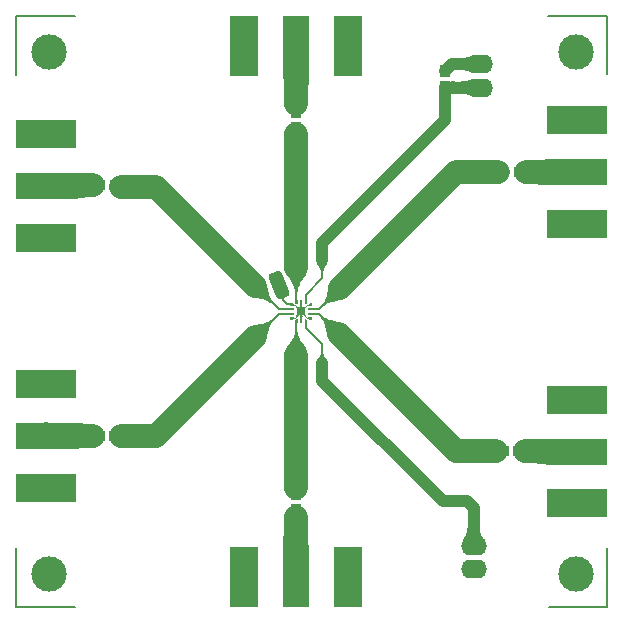
<source format=gtl>
G04*
G04 #@! TF.GenerationSoftware,Altium Limited,Altium Designer,19.0.5 (141)*
G04*
G04 Layer_Physical_Order=1*
G04 Layer_Color=255*
%FSLAX44Y44*%
%MOMM*%
G71*
G01*
G75*
%ADD10C,0.2000*%
%ADD14R,5.0800X2.2860*%
%ADD15R,5.0800X2.4130*%
%ADD16R,2.2860X5.0800*%
%ADD17R,2.4130X5.0800*%
%ADD18R,0.2000X0.2000*%
%ADD19R,0.7400X0.7400*%
%ADD20R,0.2000X0.3600*%
%ADD21R,0.3600X0.2000*%
%ADD22R,0.9300X1.0100*%
%ADD23R,1.0100X0.9300*%
G04:AMPARAMS|DCode=34|XSize=2.3mm|YSize=1.2mm|CornerRadius=0.3mm|HoleSize=0mm|Usage=FLASHONLY|Rotation=112.000|XOffset=0mm|YOffset=0mm|HoleType=Round|Shape=RoundedRectangle|*
%AMROUNDEDRECTD34*
21,1,2.3000,0.6000,0,0,112.0*
21,1,1.7000,1.2000,0,0,112.0*
1,1,0.6000,-0.0403,0.9005*
1,1,0.6000,0.5966,-0.6757*
1,1,0.6000,0.0403,-0.9005*
1,1,0.6000,-0.5966,0.6757*
%
%ADD34ROUNDEDRECTD34*%
%ADD36C,2.0000*%
%ADD37C,1.0000*%
%ADD38C,0.0900*%
%ADD39O,2.2000X1.6000*%
%ADD40C,3.0000*%
G36*
X385151Y466683D02*
X384129Y466275D01*
X383023Y465915D01*
X381834Y465603D01*
X379205Y465124D01*
X377766Y464956D01*
X374638Y464764D01*
X372948Y464740D01*
Y454740D01*
X374638Y454716D01*
X379205Y454356D01*
X380561Y454140D01*
X383023Y453565D01*
X384129Y453205D01*
X385151Y452797D01*
X386090Y452341D01*
Y467138D01*
X385151Y466683D01*
D02*
G37*
G36*
Y446683D02*
X384129Y446275D01*
X383023Y445915D01*
X381834Y445603D01*
X379205Y445124D01*
X377766Y444956D01*
X375150Y444795D01*
X367564Y444969D01*
Y434930D01*
X367664Y434894D01*
X367964Y434862D01*
X369164Y434809D01*
X372948Y434778D01*
Y434740D01*
X374638Y434716D01*
X379205Y434356D01*
X380561Y434140D01*
X383023Y433565D01*
X384129Y433205D01*
X385151Y432797D01*
X386090Y432341D01*
Y447138D01*
X385151Y446683D01*
D02*
G37*
G36*
X225497Y449411D02*
X225781Y448811D01*
X226032Y447811D01*
X226249Y446410D01*
X226583Y442411D01*
X226833Y433410D01*
X226850Y429610D01*
X246850D01*
X246861Y433410D01*
X247765Y449411D01*
X247979Y449610D01*
X225180D01*
X225497Y449411D01*
D02*
G37*
G36*
X449157Y379567D02*
X448623Y379301D01*
X447732Y379067D01*
X446485Y378863D01*
X444883Y378691D01*
X437937Y378363D01*
X431525Y378300D01*
Y358300D01*
X434909Y358288D01*
X448623Y357510D01*
X449157Y357300D01*
X449335Y357066D01*
Y379865D01*
X449157Y379567D01*
D02*
G37*
G36*
X50725Y344836D02*
X50863Y345222D01*
X51276Y345568D01*
X51965Y345873D01*
X52929Y346138D01*
X54168Y346361D01*
X55682Y346544D01*
X59538Y346789D01*
X64495Y346870D01*
Y366870D01*
X61879Y366878D01*
X50863Y367489D01*
X50725Y367635D01*
Y344836D01*
D02*
G37*
G36*
X255406Y289559D02*
X256353Y288088D01*
X256738Y287377D01*
X257064Y286684D01*
X257331Y286007D01*
X257538Y285348D01*
X257686Y284705D01*
X257775Y284080D01*
X257805Y283471D01*
X259805D01*
X259834Y284080D01*
X259923Y284705D01*
X260071Y285348D01*
X260279Y286007D01*
X260545Y286684D01*
X260871Y287377D01*
X261256Y288088D01*
X262204Y289559D01*
X262767Y290320D01*
X254843D01*
X255406Y289559D01*
D02*
G37*
G36*
X230416Y278972D02*
X233532Y274197D01*
X234294Y272770D01*
X234917Y271427D01*
X235402Y270166D01*
X235748Y268988D01*
X235956Y267893D01*
X236025Y266880D01*
X238025D01*
X238094Y267893D01*
X238302Y268988D01*
X238648Y270166D01*
X239133Y271427D01*
X239756Y272770D01*
X240517Y274197D01*
X242456Y277298D01*
X243633Y278972D01*
X244949Y280730D01*
X229101D01*
X230416Y278972D01*
D02*
G37*
G36*
X223797Y260971D02*
X223989Y261032D01*
X224161Y261051D01*
X224313Y261029D01*
X224444Y260965D01*
X224555Y260859D01*
X224646Y260712D01*
X224717Y260523D01*
X224768Y260292D01*
X224798Y260020D01*
X224808Y259706D01*
X226808Y260155D01*
X226818Y260545D01*
X226848Y260903D01*
X226897Y261228D01*
X226966Y261520D01*
X227055Y261779D01*
X227164Y262006D01*
X227293Y262201D01*
X227441Y262362D01*
X227609Y262491D01*
X227797Y262587D01*
X223797Y260971D01*
D02*
G37*
G36*
X201095Y261863D02*
X203268Y261551D01*
X208848Y260377D01*
X210395Y259907D01*
X211786Y259398D01*
X213020Y258849D01*
X214098Y258261D01*
X215019Y257633D01*
X215784Y256966D01*
X217199Y258380D01*
X216532Y259145D01*
X215904Y260067D01*
X215316Y261144D01*
X214767Y262379D01*
X214258Y263769D01*
X213787Y265317D01*
X212966Y268880D01*
X212614Y270897D01*
X212301Y273070D01*
X201095Y261863D01*
D02*
G37*
G36*
X236025Y257690D02*
X237125Y256390D01*
X238025D01*
Y259990D01*
X236025D01*
Y257690D01*
D02*
G37*
G36*
X244025Y256390D02*
X244925D01*
X246025Y257690D01*
Y259990D01*
X244025D01*
Y256390D01*
D02*
G37*
G36*
X231525Y255190D02*
X235125D01*
Y256090D01*
X233825Y257190D01*
X231525D01*
Y255190D01*
D02*
G37*
G36*
X246925Y256090D02*
Y255190D01*
X250525D01*
Y257190D01*
X248225D01*
X246925Y256090D01*
D02*
G37*
G36*
X263816Y269007D02*
X262642Y263426D01*
X262172Y261879D01*
X261663Y260489D01*
X261114Y259254D01*
X260525Y258177D01*
X259898Y257255D01*
X259231Y256490D01*
X260645Y255076D01*
X261410Y255743D01*
X262331Y256371D01*
X263409Y256959D01*
X264643Y257508D01*
X266034Y258017D01*
X267581Y258487D01*
X271145Y259309D01*
X273162Y259661D01*
X275334Y259974D01*
X264128Y271180D01*
X263816Y269007D01*
D02*
G37*
G36*
X240015Y255480D02*
X239985Y255140D01*
X239935Y254839D01*
X239865Y254580D01*
X239775Y254359D01*
X239665Y254179D01*
X239535Y254039D01*
X239385Y253939D01*
X239215Y253880D01*
X239025Y253860D01*
X243025D01*
X242835Y253880D01*
X242665Y253939D01*
X242515Y254039D01*
X242385Y254179D01*
X242275Y254359D01*
X242185Y254580D01*
X242115Y254839D01*
X242065Y255140D01*
X242035Y255480D01*
X242025Y255860D01*
X240025D01*
X240015Y255480D01*
D02*
G37*
G36*
X236719Y253860D02*
X236897Y253675D01*
X237177Y253344D01*
X237279Y253198D01*
X237355Y253064D01*
X237406Y252943D01*
X237432Y252835D01*
Y252739D01*
X237406Y252657D01*
X237355Y252587D01*
X238628Y253860D01*
X238558Y253809D01*
X238475Y253783D01*
X238380D01*
X238272Y253809D01*
X238151Y253860D01*
X238017Y253936D01*
X237871Y254038D01*
X237712Y254165D01*
X237355Y254496D01*
X236719Y253860D01*
D02*
G37*
G36*
X244510Y254318D02*
X244179Y254038D01*
X244032Y253936D01*
X243899Y253860D01*
X243778Y253809D01*
X243670Y253783D01*
X243574D01*
X243491Y253809D01*
X243421Y253860D01*
X244694Y252587D01*
X244643Y252657D01*
X244618Y252739D01*
Y252835D01*
X244643Y252943D01*
X244694Y253064D01*
X244771Y253198D01*
X244872Y253344D01*
X245000Y253503D01*
X245331Y253860D01*
X244694Y254496D01*
X244510Y254318D01*
D02*
G37*
G36*
X239368Y251210D02*
X239481Y251092D01*
X239677Y250858D01*
X239759Y250742D01*
X239831Y250627D01*
X239892Y250512D01*
X239943Y250398D01*
X239983Y250285D01*
X240009Y250190D01*
X239983Y250095D01*
X239943Y249982D01*
X239892Y249868D01*
X239831Y249753D01*
X239759Y249638D01*
X239677Y249522D01*
X239584Y249405D01*
X239368Y249170D01*
X240004Y248533D01*
X240123Y248647D01*
X240357Y248842D01*
X240473Y248924D01*
X240588Y248996D01*
X240703Y249057D01*
X240816Y249108D01*
X240930Y249149D01*
X241025Y249174D01*
X241120Y249149D01*
X241233Y249108D01*
X241347Y249057D01*
X241461Y248996D01*
X241577Y248924D01*
X241693Y248842D01*
X241809Y248750D01*
X242045Y248533D01*
X242682Y249170D01*
X242568Y249288D01*
X242373Y249522D01*
X242291Y249638D01*
X242219Y249753D01*
X242158Y249868D01*
X242107Y249982D01*
X242066Y250095D01*
X242041Y250190D01*
X242066Y250285D01*
X242107Y250398D01*
X242158Y250512D01*
X242219Y250627D01*
X242291Y250742D01*
X242373Y250858D01*
X242465Y250975D01*
X242682Y251210D01*
X242045Y251847D01*
X241927Y251733D01*
X241693Y251538D01*
X241577Y251456D01*
X241461Y251384D01*
X241347Y251323D01*
X241233Y251272D01*
X241120Y251231D01*
X241025Y251206D01*
X240930Y251231D01*
X240816Y251272D01*
X240703Y251323D01*
X240588Y251384D01*
X240473Y251456D01*
X240357Y251538D01*
X240240Y251630D01*
X240004Y251847D01*
X239368Y251210D01*
D02*
G37*
G36*
X243421Y246551D02*
X243489Y246599D01*
X243569Y246621D01*
X243663Y246618D01*
X243771Y246590D01*
X243891Y246536D01*
X244025Y246456D01*
X244172Y246352D01*
X244333Y246221D01*
X244694Y245884D01*
X245331Y246521D01*
X245149Y246708D01*
X244863Y247042D01*
X244758Y247190D01*
X244679Y247324D01*
X244625Y247444D01*
X244597Y247551D01*
X244594Y247645D01*
X244616Y247726D01*
X244664Y247793D01*
X243421Y246551D01*
D02*
G37*
G36*
X237433Y247726D02*
X237456Y247645D01*
X237453Y247551D01*
X237424Y247444D01*
X237370Y247324D01*
X237291Y247190D01*
X237186Y247042D01*
X237056Y246882D01*
X236719Y246521D01*
X237355Y245884D01*
X237542Y246065D01*
X237877Y246352D01*
X238024Y246456D01*
X238158Y246536D01*
X238279Y246590D01*
X238386Y246618D01*
X238480Y246621D01*
X238561Y246599D01*
X238628Y246551D01*
X237386Y247793D01*
X237433Y247726D01*
D02*
G37*
G36*
X239215Y246531D02*
X239385Y246470D01*
X239535Y246368D01*
X239665Y246226D01*
X239775Y246043D01*
X239865Y245820D01*
X239935Y245556D01*
X239985Y245252D01*
X240015Y244906D01*
X240025Y244520D01*
X242025D01*
X242035Y244906D01*
X242065Y245252D01*
X242115Y245556D01*
X242185Y245820D01*
X242275Y246043D01*
X242385Y246226D01*
X242515Y246368D01*
X242665Y246470D01*
X242835Y246531D01*
X243025Y246551D01*
X239025D01*
X239215Y246531D01*
D02*
G37*
G36*
X231525Y243190D02*
X233825D01*
X235125Y244290D01*
Y245190D01*
X231525D01*
Y243190D01*
D02*
G37*
G36*
X246925Y244290D02*
X248225Y243190D01*
X250525D01*
Y245190D01*
X246925D01*
Y244290D01*
D02*
G37*
G36*
X236025Y242690D02*
Y240390D01*
X238025D01*
Y243990D01*
X237125D01*
X236025Y242690D01*
D02*
G37*
G36*
X244025Y240390D02*
X246025D01*
Y242690D01*
X244925Y243990D01*
X244025D01*
Y240390D01*
D02*
G37*
G36*
X258286Y244755D02*
X258953Y243990D01*
X259580Y243068D01*
X260169Y241991D01*
X260718Y240756D01*
X261227Y239366D01*
X261697Y237818D01*
X262519Y234255D01*
X262871Y232238D01*
X263183Y230065D01*
X274389Y241271D01*
X272216Y241584D01*
X266636Y242758D01*
X265089Y243228D01*
X263698Y243737D01*
X262464Y244286D01*
X261386Y244874D01*
X260465Y245502D01*
X259700Y246169D01*
X258286Y244755D01*
D02*
G37*
G36*
X215019Y242747D02*
X214098Y242119D01*
X213020Y241531D01*
X211786Y240982D01*
X210395Y240473D01*
X208848Y240003D01*
X205285Y239181D01*
X203268Y238829D01*
X201095Y238517D01*
X212301Y227310D01*
X212614Y229483D01*
X213787Y235063D01*
X214258Y236611D01*
X214767Y238001D01*
X215316Y239236D01*
X215904Y240313D01*
X216532Y241235D01*
X217199Y242000D01*
X215784Y243414D01*
X215019Y242747D01*
D02*
G37*
G36*
X235930Y232487D02*
X235722Y231392D01*
X235376Y230214D01*
X234891Y228953D01*
X234268Y227610D01*
X233506Y226183D01*
X231568Y223082D01*
X230391Y221408D01*
X229075Y219650D01*
X244923D01*
X243608Y221408D01*
X240492Y226183D01*
X239730Y227610D01*
X239107Y228953D01*
X238622Y230214D01*
X238276Y231392D01*
X238068Y232487D01*
X237999Y233500D01*
X235999D01*
X235930Y232487D01*
D02*
G37*
G36*
X257775Y215665D02*
X257686Y215040D01*
X257538Y214397D01*
X257331Y213738D01*
X257064Y213061D01*
X256738Y212368D01*
X256353Y211657D01*
X255406Y210186D01*
X254843Y209425D01*
X262767D01*
X262204Y210186D01*
X261256Y211657D01*
X260871Y212368D01*
X260545Y213061D01*
X260279Y213738D01*
X260071Y214397D01*
X259923Y215040D01*
X259834Y215665D01*
X259805Y216274D01*
X257805D01*
X257775Y215665D01*
D02*
G37*
G36*
X50725Y133380D02*
X50863Y133646D01*
X51276Y133884D01*
X51965Y134094D01*
X52929Y134276D01*
X54168Y134430D01*
X57472Y134654D01*
X64495Y134780D01*
Y154780D01*
X61879Y154794D01*
X51965Y155466D01*
X51276Y155676D01*
X50863Y155914D01*
X50725Y156180D01*
Y133380D01*
D02*
G37*
G36*
X448981Y142622D02*
X448414Y142424D01*
X447468Y142248D01*
X446144Y142097D01*
X442361Y141863D01*
X430255Y141676D01*
Y121676D01*
X433849Y121659D01*
X447468Y120877D01*
X448414Y120632D01*
X448981Y120355D01*
X449170Y120045D01*
Y142844D01*
X448981Y142622D01*
D02*
G37*
G36*
X382028Y68131D02*
X381888Y66670D01*
X381655Y65247D01*
X381329Y63862D01*
X380910Y62515D01*
X380398Y61207D01*
X379792Y59938D01*
X379093Y58706D01*
X378301Y57513D01*
X377416Y56359D01*
X396733D01*
X395848Y57513D01*
X395056Y58706D01*
X394357Y59938D01*
X393752Y61207D01*
X393239Y62515D01*
X392820Y63862D01*
X392494Y65247D01*
X392261Y66670D01*
X392121Y68131D01*
X392075Y69631D01*
X382075D01*
X382028Y68131D01*
D02*
G37*
G36*
X226576Y67359D02*
X225688Y51960D01*
X225448Y51360D01*
X225180Y51160D01*
X247979D01*
X247715Y51360D01*
X247479Y51960D01*
X247271Y52959D01*
X247090Y54359D01*
X246813Y58359D01*
X246590Y71160D01*
X226590D01*
X226576Y67359D01*
D02*
G37*
%LPC*%
G36*
X241025Y251053D02*
X241887Y250190D01*
X241025Y249327D01*
X240162Y250190D01*
X241025Y251053D01*
D02*
G37*
%LPD*%
D10*
X500079Y0D02*
X450549D01*
X500079D02*
Y50000D01*
X-301Y25D02*
Y49530D01*
X49699Y0D02*
X-275D01*
X500079Y500380D02*
X450105D01*
X500105Y500355D02*
X500079Y500380D01*
X500105Y450850D02*
Y500355D01*
X-275Y450380D02*
Y500380D01*
X49255D02*
X-275D01*
X245025Y241500D02*
X245015Y241510D01*
X245025Y236030D02*
Y241500D01*
X258805Y206375D02*
Y222250D01*
X245025Y236030D01*
X225808Y269216D02*
X221975Y272600D01*
X225808Y259706D02*
Y269216D01*
X229325Y256190D02*
X225808Y259706D01*
X236999Y213550D02*
Y241450D01*
X237025Y258930D02*
Y286830D01*
X221975Y252190D02*
X202385Y271780D01*
X233325Y252190D02*
X221975D01*
X256265Y248190D02*
X248715D01*
X273100Y231355D02*
X256265Y248190D01*
X248715D02*
X248635D01*
X232575Y256190D02*
X229325D01*
X258805Y278130D02*
X245025Y264350D01*
X258805Y278130D02*
Y293370D01*
X245025Y258930D02*
Y264350D01*
X274045Y269890D02*
X256345Y252190D01*
X221975Y248190D02*
X202385Y228600D01*
X233325Y248190D02*
X221975D01*
X241025Y242570D02*
Y250190D01*
Y258190D01*
X256345Y252190D02*
X248715D01*
D14*
X474540Y131445D02*
D03*
X474705Y368465D02*
D03*
X25356Y144780D02*
D03*
Y356235D02*
D03*
D15*
X474540Y175260D02*
D03*
Y87630D02*
D03*
X474705Y412280D02*
D03*
Y324650D02*
D03*
X25356Y100965D02*
D03*
Y188595D02*
D03*
Y312420D02*
D03*
Y400050D02*
D03*
D16*
X236580Y25790D02*
D03*
Y474980D02*
D03*
D17*
X280395Y25790D02*
D03*
X192765D02*
D03*
Y474980D02*
D03*
X280395D02*
D03*
D18*
X237025Y241590D02*
D03*
X245015Y241510D02*
D03*
X249265Y244190D02*
D03*
X249475Y256190D02*
D03*
X245025Y258930D02*
D03*
X237025D02*
D03*
X232575Y256190D02*
D03*
X232525Y244180D02*
D03*
D19*
X241025Y250190D02*
D03*
D20*
Y258190D02*
D03*
Y242190D02*
D03*
D21*
X233325Y248190D02*
D03*
Y252190D02*
D03*
X248715Y248190D02*
D03*
Y252190D02*
D03*
D22*
X236999Y81810D02*
D03*
Y95990D02*
D03*
X237025Y419310D02*
D03*
Y405130D02*
D03*
X362945Y454130D02*
D03*
Y439950D02*
D03*
D23*
X69575Y144780D02*
D03*
X83755D02*
D03*
X412265Y368300D02*
D03*
X426445D02*
D03*
X411735Y131676D02*
D03*
X425915D02*
D03*
X70105Y356870D02*
D03*
X84285D02*
D03*
D34*
X221975Y272600D02*
D03*
D36*
X64495Y356870D02*
X25356D01*
X118565Y355600D02*
X88475D01*
X202385Y271780D02*
X118565Y355600D01*
X237025Y286830D02*
Y400050D01*
X236999Y100330D02*
Y213550D01*
X236590Y28150D02*
Y76590D01*
X236850Y425450D02*
Y473890D01*
X372050Y132405D02*
X273100Y231355D01*
X406450Y132405D02*
X372050D01*
X473270Y131676D02*
X430255D01*
X474705Y368465D02*
X474540Y368300D01*
X431525D01*
X372455D02*
X274045Y269890D01*
X407395Y368300D02*
X372455D01*
X64495Y144780D02*
X26395D01*
X25125Y146050D01*
X202385Y228600D02*
X118565Y144780D01*
X88475D01*
D37*
X387075Y51910D02*
Y83677D01*
X381217Y89535D01*
X362945Y412220D02*
Y439950D01*
Y412220D02*
X258805Y308080D01*
X392155Y459740D02*
X368555D01*
X362945Y454130D01*
X363245Y439950D02*
X362945D01*
X363455Y439740D02*
X363245Y439950D01*
X392155Y439740D02*
X363455D01*
X381217Y89535D02*
X360935D01*
X258805Y191665D02*
Y206375D01*
X360935Y89535D02*
X258805Y191665D01*
Y293370D02*
Y308080D01*
D38*
X241025Y250190D02*
X235575Y244740D01*
X233602D01*
X233592Y244730D01*
X233075D01*
X232525Y244180D01*
X241025Y250190D02*
X235575Y255640D01*
X233652D01*
X233652Y255640D01*
X233125D01*
X232575Y256190D01*
X246475Y244740D02*
X241025Y250190D01*
X246925Y244740D02*
X246475D01*
X246475Y255640D02*
X241025Y250190D01*
X246925Y255640D02*
X246475D01*
D39*
X387075Y31910D02*
D03*
Y51910D02*
D03*
X392155Y439740D02*
D03*
Y459740D02*
D03*
D40*
X473666Y27940D02*
D03*
X27896D02*
D03*
X27665Y469900D02*
D03*
X473435D02*
D03*
M02*

</source>
